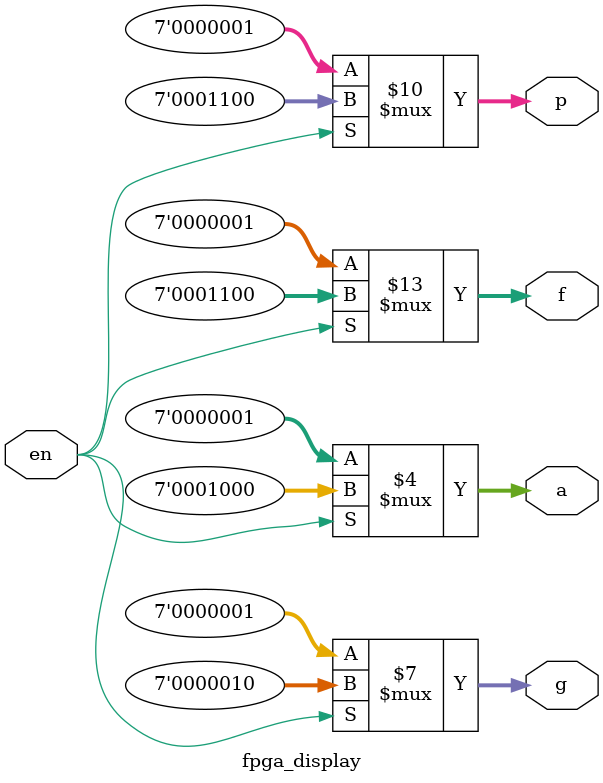
<source format=v>
module fpga_display(f,p,g,a,en);
input en;
output reg [6:0]f,p,g,a;

always@(en)

if (en==1)
begin
f=7'b0001100;
p=7'b0001100;
g=7'b0000010;
a=7'b0001000;
end
else
begin
f=1;p=1;g=1;a=1;
end
endmodule

</source>
